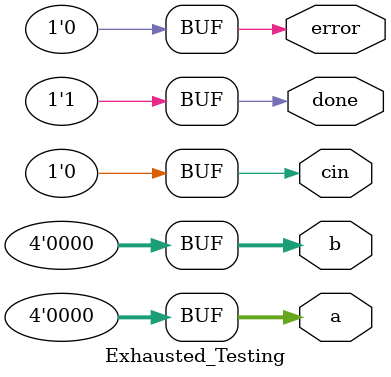
<source format=v>
`timescale 1ns/1ps

module Exhausted_Testing(a, b, cin, error, done);
output [4-1:0] a, b;
output cin;
output error;
output done;

// input signal to the test instance.
reg [4-1:0] a = 4'b0000;
reg [4-1:0] b = 4'b0000;
reg cin = 1'b0;

// initial value for the done and error indicator: not done, no error
reg done = 1'b0;
reg error = 1'b0;


// output from the test instance.
wire [4-1:0] sum;
wire cout;

// instantiate the test instance.
Ripple_Carry_Adder rca(
    .a (a), 
    .b (b), 
    .cin (cin),
    .cout (cout),
    .sum (sum)
);

initial begin
    repeat (2**4) begin
        repeat (2**4-1) begin
            #0.001
            error = (sum != a+b);
            #0.004
            b = b + 4'b1;
        end
        #0.001
        error = (sum != a+b);
        #0.004
        a = a + 4'b1;
        b = 4'b0;
    end
    #0.001 error = (sum != a+b);
    #0.004 done = 1'b1;
end

endmodule

</source>
